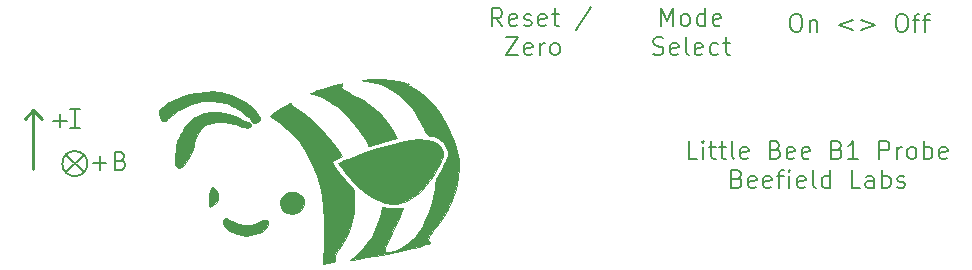
<source format=gbr>
G04 #@! TF.GenerationSoftware,KiCad,Pcbnew,5.1.9-73d0e3b20d~88~ubuntu20.04.1*
G04 #@! TF.CreationDate,2021-03-03T21:58:00-08:00*
G04 #@! TF.ProjectId,casing,63617369-6e67-42e6-9b69-6361645f7063,rev?*
G04 #@! TF.SameCoordinates,Original*
G04 #@! TF.FileFunction,Legend,Top*
G04 #@! TF.FilePolarity,Positive*
%FSLAX46Y46*%
G04 Gerber Fmt 4.6, Leading zero omitted, Abs format (unit mm)*
G04 Created by KiCad (PCBNEW 5.1.9-73d0e3b20d~88~ubuntu20.04.1) date 2021-03-03 21:58:00*
%MOMM*%
%LPD*%
G01*
G04 APERTURE LIST*
%ADD10C,0.200000*%
%ADD11C,0.150000*%
%ADD12C,0.250000*%
%ADD13C,0.010000*%
G04 APERTURE END LIST*
D10*
X126475000Y-101300000D02*
X127290000Y-101300000D01*
X126475000Y-99750000D02*
X127290000Y-99750000D01*
X128378571Y-104307142D02*
X129521428Y-104307142D01*
X128950000Y-104878571D02*
X128950000Y-103735714D01*
X130735714Y-104092857D02*
X130950000Y-104164285D01*
X131021428Y-104235714D01*
X131092857Y-104378571D01*
X131092857Y-104592857D01*
X131021428Y-104735714D01*
X130950000Y-104807142D01*
X130807142Y-104878571D01*
X130235714Y-104878571D01*
X130235714Y-103378571D01*
X130735714Y-103378571D01*
X130878571Y-103450000D01*
X130950000Y-103521428D01*
X131021428Y-103664285D01*
X131021428Y-103807142D01*
X130950000Y-103950000D01*
X130878571Y-104021428D01*
X130735714Y-104092857D01*
X130235714Y-104092857D01*
D11*
X126100000Y-105100000D02*
X127600000Y-103600000D01*
X126100000Y-103600000D02*
X127600000Y-105100000D01*
X127910660Y-104350000D02*
G75*
G03*
X127910660Y-104350000I-1060660J0D01*
G01*
D10*
X125021428Y-100707142D02*
X126164285Y-100707142D01*
X125592857Y-101278571D02*
X125592857Y-100135714D01*
X126878571Y-101278571D02*
X126878571Y-99778571D01*
D12*
X123350000Y-99850000D02*
X124100000Y-100600000D01*
X123350000Y-99850000D02*
X122600000Y-100600000D01*
X123350000Y-104850000D02*
X123350000Y-99850000D01*
D10*
X163035714Y-92703571D02*
X162535714Y-91989285D01*
X162178571Y-92703571D02*
X162178571Y-91203571D01*
X162750000Y-91203571D01*
X162892857Y-91275000D01*
X162964285Y-91346428D01*
X163035714Y-91489285D01*
X163035714Y-91703571D01*
X162964285Y-91846428D01*
X162892857Y-91917857D01*
X162750000Y-91989285D01*
X162178571Y-91989285D01*
X164250000Y-92632142D02*
X164107142Y-92703571D01*
X163821428Y-92703571D01*
X163678571Y-92632142D01*
X163607142Y-92489285D01*
X163607142Y-91917857D01*
X163678571Y-91775000D01*
X163821428Y-91703571D01*
X164107142Y-91703571D01*
X164250000Y-91775000D01*
X164321428Y-91917857D01*
X164321428Y-92060714D01*
X163607142Y-92203571D01*
X164892857Y-92632142D02*
X165035714Y-92703571D01*
X165321428Y-92703571D01*
X165464285Y-92632142D01*
X165535714Y-92489285D01*
X165535714Y-92417857D01*
X165464285Y-92275000D01*
X165321428Y-92203571D01*
X165107142Y-92203571D01*
X164964285Y-92132142D01*
X164892857Y-91989285D01*
X164892857Y-91917857D01*
X164964285Y-91775000D01*
X165107142Y-91703571D01*
X165321428Y-91703571D01*
X165464285Y-91775000D01*
X166750000Y-92632142D02*
X166607142Y-92703571D01*
X166321428Y-92703571D01*
X166178571Y-92632142D01*
X166107142Y-92489285D01*
X166107142Y-91917857D01*
X166178571Y-91775000D01*
X166321428Y-91703571D01*
X166607142Y-91703571D01*
X166750000Y-91775000D01*
X166821428Y-91917857D01*
X166821428Y-92060714D01*
X166107142Y-92203571D01*
X167250000Y-91703571D02*
X167821428Y-91703571D01*
X167464285Y-91203571D02*
X167464285Y-92489285D01*
X167535714Y-92632142D01*
X167678571Y-92703571D01*
X167821428Y-92703571D01*
X170535714Y-91132142D02*
X169250000Y-93060714D01*
X163392857Y-93653571D02*
X164392857Y-93653571D01*
X163392857Y-95153571D01*
X164392857Y-95153571D01*
X165535714Y-95082142D02*
X165392857Y-95153571D01*
X165107142Y-95153571D01*
X164964285Y-95082142D01*
X164892857Y-94939285D01*
X164892857Y-94367857D01*
X164964285Y-94225000D01*
X165107142Y-94153571D01*
X165392857Y-94153571D01*
X165535714Y-94225000D01*
X165607142Y-94367857D01*
X165607142Y-94510714D01*
X164892857Y-94653571D01*
X166250000Y-95153571D02*
X166250000Y-94153571D01*
X166250000Y-94439285D02*
X166321428Y-94296428D01*
X166392857Y-94225000D01*
X166535714Y-94153571D01*
X166678571Y-94153571D01*
X167392857Y-95153571D02*
X167250000Y-95082142D01*
X167178571Y-95010714D01*
X167107142Y-94867857D01*
X167107142Y-94439285D01*
X167178571Y-94296428D01*
X167250000Y-94225000D01*
X167392857Y-94153571D01*
X167607142Y-94153571D01*
X167750000Y-94225000D01*
X167821428Y-94296428D01*
X167892857Y-94439285D01*
X167892857Y-94867857D01*
X167821428Y-95010714D01*
X167750000Y-95082142D01*
X167607142Y-95153571D01*
X167392857Y-95153571D01*
X176500000Y-92703571D02*
X176500000Y-91203571D01*
X177000000Y-92275000D01*
X177500000Y-91203571D01*
X177500000Y-92703571D01*
X178428571Y-92703571D02*
X178285714Y-92632142D01*
X178214285Y-92560714D01*
X178142857Y-92417857D01*
X178142857Y-91989285D01*
X178214285Y-91846428D01*
X178285714Y-91775000D01*
X178428571Y-91703571D01*
X178642857Y-91703571D01*
X178785714Y-91775000D01*
X178857142Y-91846428D01*
X178928571Y-91989285D01*
X178928571Y-92417857D01*
X178857142Y-92560714D01*
X178785714Y-92632142D01*
X178642857Y-92703571D01*
X178428571Y-92703571D01*
X180214285Y-92703571D02*
X180214285Y-91203571D01*
X180214285Y-92632142D02*
X180071428Y-92703571D01*
X179785714Y-92703571D01*
X179642857Y-92632142D01*
X179571428Y-92560714D01*
X179500000Y-92417857D01*
X179500000Y-91989285D01*
X179571428Y-91846428D01*
X179642857Y-91775000D01*
X179785714Y-91703571D01*
X180071428Y-91703571D01*
X180214285Y-91775000D01*
X181500000Y-92632142D02*
X181357142Y-92703571D01*
X181071428Y-92703571D01*
X180928571Y-92632142D01*
X180857142Y-92489285D01*
X180857142Y-91917857D01*
X180928571Y-91775000D01*
X181071428Y-91703571D01*
X181357142Y-91703571D01*
X181500000Y-91775000D01*
X181571428Y-91917857D01*
X181571428Y-92060714D01*
X180857142Y-92203571D01*
X175821428Y-95082142D02*
X176035714Y-95153571D01*
X176392857Y-95153571D01*
X176535714Y-95082142D01*
X176607142Y-95010714D01*
X176678571Y-94867857D01*
X176678571Y-94725000D01*
X176607142Y-94582142D01*
X176535714Y-94510714D01*
X176392857Y-94439285D01*
X176107142Y-94367857D01*
X175964285Y-94296428D01*
X175892857Y-94225000D01*
X175821428Y-94082142D01*
X175821428Y-93939285D01*
X175892857Y-93796428D01*
X175964285Y-93725000D01*
X176107142Y-93653571D01*
X176464285Y-93653571D01*
X176678571Y-93725000D01*
X177892857Y-95082142D02*
X177750000Y-95153571D01*
X177464285Y-95153571D01*
X177321428Y-95082142D01*
X177250000Y-94939285D01*
X177250000Y-94367857D01*
X177321428Y-94225000D01*
X177464285Y-94153571D01*
X177750000Y-94153571D01*
X177892857Y-94225000D01*
X177964285Y-94367857D01*
X177964285Y-94510714D01*
X177250000Y-94653571D01*
X178821428Y-95153571D02*
X178678571Y-95082142D01*
X178607142Y-94939285D01*
X178607142Y-93653571D01*
X179964285Y-95082142D02*
X179821428Y-95153571D01*
X179535714Y-95153571D01*
X179392857Y-95082142D01*
X179321428Y-94939285D01*
X179321428Y-94367857D01*
X179392857Y-94225000D01*
X179535714Y-94153571D01*
X179821428Y-94153571D01*
X179964285Y-94225000D01*
X180035714Y-94367857D01*
X180035714Y-94510714D01*
X179321428Y-94653571D01*
X181321428Y-95082142D02*
X181178571Y-95153571D01*
X180892857Y-95153571D01*
X180750000Y-95082142D01*
X180678571Y-95010714D01*
X180607142Y-94867857D01*
X180607142Y-94439285D01*
X180678571Y-94296428D01*
X180750000Y-94225000D01*
X180892857Y-94153571D01*
X181178571Y-94153571D01*
X181321428Y-94225000D01*
X181750000Y-94153571D02*
X182321428Y-94153571D01*
X181964285Y-93653571D02*
X181964285Y-94939285D01*
X182035714Y-95082142D01*
X182178571Y-95153571D01*
X182321428Y-95153571D01*
X187785714Y-91678571D02*
X188071428Y-91678571D01*
X188214285Y-91750000D01*
X188357142Y-91892857D01*
X188428571Y-92178571D01*
X188428571Y-92678571D01*
X188357142Y-92964285D01*
X188214285Y-93107142D01*
X188071428Y-93178571D01*
X187785714Y-93178571D01*
X187642857Y-93107142D01*
X187500000Y-92964285D01*
X187428571Y-92678571D01*
X187428571Y-92178571D01*
X187500000Y-91892857D01*
X187642857Y-91750000D01*
X187785714Y-91678571D01*
X189071428Y-92178571D02*
X189071428Y-93178571D01*
X189071428Y-92321428D02*
X189142857Y-92250000D01*
X189285714Y-92178571D01*
X189500000Y-92178571D01*
X189642857Y-92250000D01*
X189714285Y-92392857D01*
X189714285Y-93178571D01*
X192714285Y-92178571D02*
X191571428Y-92607142D01*
X192714285Y-93035714D01*
X193428571Y-92178571D02*
X194571428Y-92607142D01*
X193428571Y-93035714D01*
X196714285Y-91678571D02*
X197000000Y-91678571D01*
X197142857Y-91750000D01*
X197285714Y-91892857D01*
X197357142Y-92178571D01*
X197357142Y-92678571D01*
X197285714Y-92964285D01*
X197142857Y-93107142D01*
X197000000Y-93178571D01*
X196714285Y-93178571D01*
X196571428Y-93107142D01*
X196428571Y-92964285D01*
X196357142Y-92678571D01*
X196357142Y-92178571D01*
X196428571Y-91892857D01*
X196571428Y-91750000D01*
X196714285Y-91678571D01*
X197785714Y-92178571D02*
X198357142Y-92178571D01*
X198000000Y-93178571D02*
X198000000Y-91892857D01*
X198071428Y-91750000D01*
X198214285Y-91678571D01*
X198357142Y-91678571D01*
X198642857Y-92178571D02*
X199214285Y-92178571D01*
X198857142Y-93178571D02*
X198857142Y-91892857D01*
X198928571Y-91750000D01*
X199071428Y-91678571D01*
X199214285Y-91678571D01*
X179535714Y-103953571D02*
X178821428Y-103953571D01*
X178821428Y-102453571D01*
X180035714Y-103953571D02*
X180035714Y-102953571D01*
X180035714Y-102453571D02*
X179964285Y-102525000D01*
X180035714Y-102596428D01*
X180107142Y-102525000D01*
X180035714Y-102453571D01*
X180035714Y-102596428D01*
X180535714Y-102953571D02*
X181107142Y-102953571D01*
X180750000Y-102453571D02*
X180750000Y-103739285D01*
X180821428Y-103882142D01*
X180964285Y-103953571D01*
X181107142Y-103953571D01*
X181392857Y-102953571D02*
X181964285Y-102953571D01*
X181607142Y-102453571D02*
X181607142Y-103739285D01*
X181678571Y-103882142D01*
X181821428Y-103953571D01*
X181964285Y-103953571D01*
X182678571Y-103953571D02*
X182535714Y-103882142D01*
X182464285Y-103739285D01*
X182464285Y-102453571D01*
X183821428Y-103882142D02*
X183678571Y-103953571D01*
X183392857Y-103953571D01*
X183250000Y-103882142D01*
X183178571Y-103739285D01*
X183178571Y-103167857D01*
X183250000Y-103025000D01*
X183392857Y-102953571D01*
X183678571Y-102953571D01*
X183821428Y-103025000D01*
X183892857Y-103167857D01*
X183892857Y-103310714D01*
X183178571Y-103453571D01*
X186178571Y-103167857D02*
X186392857Y-103239285D01*
X186464285Y-103310714D01*
X186535714Y-103453571D01*
X186535714Y-103667857D01*
X186464285Y-103810714D01*
X186392857Y-103882142D01*
X186250000Y-103953571D01*
X185678571Y-103953571D01*
X185678571Y-102453571D01*
X186178571Y-102453571D01*
X186321428Y-102525000D01*
X186392857Y-102596428D01*
X186464285Y-102739285D01*
X186464285Y-102882142D01*
X186392857Y-103025000D01*
X186321428Y-103096428D01*
X186178571Y-103167857D01*
X185678571Y-103167857D01*
X187750000Y-103882142D02*
X187607142Y-103953571D01*
X187321428Y-103953571D01*
X187178571Y-103882142D01*
X187107142Y-103739285D01*
X187107142Y-103167857D01*
X187178571Y-103025000D01*
X187321428Y-102953571D01*
X187607142Y-102953571D01*
X187750000Y-103025000D01*
X187821428Y-103167857D01*
X187821428Y-103310714D01*
X187107142Y-103453571D01*
X189035714Y-103882142D02*
X188892857Y-103953571D01*
X188607142Y-103953571D01*
X188464285Y-103882142D01*
X188392857Y-103739285D01*
X188392857Y-103167857D01*
X188464285Y-103025000D01*
X188607142Y-102953571D01*
X188892857Y-102953571D01*
X189035714Y-103025000D01*
X189107142Y-103167857D01*
X189107142Y-103310714D01*
X188392857Y-103453571D01*
X191392857Y-103167857D02*
X191607142Y-103239285D01*
X191678571Y-103310714D01*
X191750000Y-103453571D01*
X191750000Y-103667857D01*
X191678571Y-103810714D01*
X191607142Y-103882142D01*
X191464285Y-103953571D01*
X190892857Y-103953571D01*
X190892857Y-102453571D01*
X191392857Y-102453571D01*
X191535714Y-102525000D01*
X191607142Y-102596428D01*
X191678571Y-102739285D01*
X191678571Y-102882142D01*
X191607142Y-103025000D01*
X191535714Y-103096428D01*
X191392857Y-103167857D01*
X190892857Y-103167857D01*
X193178571Y-103953571D02*
X192321428Y-103953571D01*
X192750000Y-103953571D02*
X192750000Y-102453571D01*
X192607142Y-102667857D01*
X192464285Y-102810714D01*
X192321428Y-102882142D01*
X194964285Y-103953571D02*
X194964285Y-102453571D01*
X195535714Y-102453571D01*
X195678571Y-102525000D01*
X195750000Y-102596428D01*
X195821428Y-102739285D01*
X195821428Y-102953571D01*
X195750000Y-103096428D01*
X195678571Y-103167857D01*
X195535714Y-103239285D01*
X194964285Y-103239285D01*
X196464285Y-103953571D02*
X196464285Y-102953571D01*
X196464285Y-103239285D02*
X196535714Y-103096428D01*
X196607142Y-103025000D01*
X196750000Y-102953571D01*
X196892857Y-102953571D01*
X197607142Y-103953571D02*
X197464285Y-103882142D01*
X197392857Y-103810714D01*
X197321428Y-103667857D01*
X197321428Y-103239285D01*
X197392857Y-103096428D01*
X197464285Y-103025000D01*
X197607142Y-102953571D01*
X197821428Y-102953571D01*
X197964285Y-103025000D01*
X198035714Y-103096428D01*
X198107142Y-103239285D01*
X198107142Y-103667857D01*
X198035714Y-103810714D01*
X197964285Y-103882142D01*
X197821428Y-103953571D01*
X197607142Y-103953571D01*
X198750000Y-103953571D02*
X198750000Y-102453571D01*
X198750000Y-103025000D02*
X198892857Y-102953571D01*
X199178571Y-102953571D01*
X199321428Y-103025000D01*
X199392857Y-103096428D01*
X199464285Y-103239285D01*
X199464285Y-103667857D01*
X199392857Y-103810714D01*
X199321428Y-103882142D01*
X199178571Y-103953571D01*
X198892857Y-103953571D01*
X198750000Y-103882142D01*
X200678571Y-103882142D02*
X200535714Y-103953571D01*
X200250000Y-103953571D01*
X200107142Y-103882142D01*
X200035714Y-103739285D01*
X200035714Y-103167857D01*
X200107142Y-103025000D01*
X200250000Y-102953571D01*
X200535714Y-102953571D01*
X200678571Y-103025000D01*
X200750000Y-103167857D01*
X200750000Y-103310714D01*
X200035714Y-103453571D01*
X182928571Y-105617857D02*
X183142857Y-105689285D01*
X183214285Y-105760714D01*
X183285714Y-105903571D01*
X183285714Y-106117857D01*
X183214285Y-106260714D01*
X183142857Y-106332142D01*
X183000000Y-106403571D01*
X182428571Y-106403571D01*
X182428571Y-104903571D01*
X182928571Y-104903571D01*
X183071428Y-104975000D01*
X183142857Y-105046428D01*
X183214285Y-105189285D01*
X183214285Y-105332142D01*
X183142857Y-105475000D01*
X183071428Y-105546428D01*
X182928571Y-105617857D01*
X182428571Y-105617857D01*
X184500000Y-106332142D02*
X184357142Y-106403571D01*
X184071428Y-106403571D01*
X183928571Y-106332142D01*
X183857142Y-106189285D01*
X183857142Y-105617857D01*
X183928571Y-105475000D01*
X184071428Y-105403571D01*
X184357142Y-105403571D01*
X184500000Y-105475000D01*
X184571428Y-105617857D01*
X184571428Y-105760714D01*
X183857142Y-105903571D01*
X185785714Y-106332142D02*
X185642857Y-106403571D01*
X185357142Y-106403571D01*
X185214285Y-106332142D01*
X185142857Y-106189285D01*
X185142857Y-105617857D01*
X185214285Y-105475000D01*
X185357142Y-105403571D01*
X185642857Y-105403571D01*
X185785714Y-105475000D01*
X185857142Y-105617857D01*
X185857142Y-105760714D01*
X185142857Y-105903571D01*
X186285714Y-105403571D02*
X186857142Y-105403571D01*
X186500000Y-106403571D02*
X186500000Y-105117857D01*
X186571428Y-104975000D01*
X186714285Y-104903571D01*
X186857142Y-104903571D01*
X187357142Y-106403571D02*
X187357142Y-105403571D01*
X187357142Y-104903571D02*
X187285714Y-104975000D01*
X187357142Y-105046428D01*
X187428571Y-104975000D01*
X187357142Y-104903571D01*
X187357142Y-105046428D01*
X188642857Y-106332142D02*
X188500000Y-106403571D01*
X188214285Y-106403571D01*
X188071428Y-106332142D01*
X188000000Y-106189285D01*
X188000000Y-105617857D01*
X188071428Y-105475000D01*
X188214285Y-105403571D01*
X188500000Y-105403571D01*
X188642857Y-105475000D01*
X188714285Y-105617857D01*
X188714285Y-105760714D01*
X188000000Y-105903571D01*
X189571428Y-106403571D02*
X189428571Y-106332142D01*
X189357142Y-106189285D01*
X189357142Y-104903571D01*
X190785714Y-106403571D02*
X190785714Y-104903571D01*
X190785714Y-106332142D02*
X190642857Y-106403571D01*
X190357142Y-106403571D01*
X190214285Y-106332142D01*
X190142857Y-106260714D01*
X190071428Y-106117857D01*
X190071428Y-105689285D01*
X190142857Y-105546428D01*
X190214285Y-105475000D01*
X190357142Y-105403571D01*
X190642857Y-105403571D01*
X190785714Y-105475000D01*
X193357142Y-106403571D02*
X192642857Y-106403571D01*
X192642857Y-104903571D01*
X194500000Y-106403571D02*
X194500000Y-105617857D01*
X194428571Y-105475000D01*
X194285714Y-105403571D01*
X194000000Y-105403571D01*
X193857142Y-105475000D01*
X194500000Y-106332142D02*
X194357142Y-106403571D01*
X194000000Y-106403571D01*
X193857142Y-106332142D01*
X193785714Y-106189285D01*
X193785714Y-106046428D01*
X193857142Y-105903571D01*
X194000000Y-105832142D01*
X194357142Y-105832142D01*
X194500000Y-105760714D01*
X195214285Y-106403571D02*
X195214285Y-104903571D01*
X195214285Y-105475000D02*
X195357142Y-105403571D01*
X195642857Y-105403571D01*
X195785714Y-105475000D01*
X195857142Y-105546428D01*
X195928571Y-105689285D01*
X195928571Y-106117857D01*
X195857142Y-106260714D01*
X195785714Y-106332142D01*
X195642857Y-106403571D01*
X195357142Y-106403571D01*
X195214285Y-106332142D01*
X196500000Y-106332142D02*
X196642857Y-106403571D01*
X196928571Y-106403571D01*
X197071428Y-106332142D01*
X197142857Y-106189285D01*
X197142857Y-106117857D01*
X197071428Y-105975000D01*
X196928571Y-105903571D01*
X196714285Y-105903571D01*
X196571428Y-105832142D01*
X196500000Y-105689285D01*
X196500000Y-105617857D01*
X196571428Y-105475000D01*
X196714285Y-105403571D01*
X196928571Y-105403571D01*
X197071428Y-105475000D01*
D13*
G36*
X145151052Y-99228695D02*
G01*
X145185698Y-99282904D01*
X145191248Y-99297336D01*
X145279095Y-99419069D01*
X145447073Y-99575603D01*
X145584242Y-99679936D01*
X146396641Y-100271014D01*
X147094808Y-100837172D01*
X147701553Y-101401307D01*
X148239685Y-101986313D01*
X148732012Y-102615086D01*
X149201345Y-103310522D01*
X149201666Y-103311030D01*
X149466851Y-103730632D01*
X149045854Y-103920515D01*
X148824419Y-104021668D01*
X148662965Y-104097827D01*
X148600212Y-104130320D01*
X148618711Y-104203166D01*
X148715573Y-104366297D01*
X148875272Y-104599311D01*
X149082283Y-104881807D01*
X149321081Y-105193383D01*
X149576141Y-105513638D01*
X149831938Y-105822169D01*
X150072946Y-106098576D01*
X150214063Y-106251083D01*
X150511714Y-106562737D01*
X150506223Y-107593654D01*
X150468312Y-108426358D01*
X150356626Y-109164695D01*
X150159975Y-109845255D01*
X149867168Y-110504625D01*
X149467018Y-111179395D01*
X149361741Y-111336067D01*
X149131718Y-111685288D01*
X148982667Y-111950389D01*
X148903160Y-112159180D01*
X148881766Y-112339473D01*
X148896223Y-112468786D01*
X148907174Y-112557801D01*
X148883004Y-112619256D01*
X148799108Y-112663486D01*
X148630880Y-112700826D01*
X148353713Y-112741612D01*
X148196931Y-112762517D01*
X147841575Y-112809514D01*
X147886340Y-112349900D01*
X147904159Y-112120676D01*
X147924664Y-111782224D01*
X147945955Y-111370387D01*
X147966135Y-110921009D01*
X147977959Y-110620286D01*
X147982940Y-109175363D01*
X147886297Y-107831484D01*
X147686326Y-106584419D01*
X147381321Y-105429937D01*
X146969577Y-104363807D01*
X146449388Y-103381797D01*
X145819050Y-102479678D01*
X145076855Y-101653218D01*
X144221099Y-100898186D01*
X143986441Y-100718019D01*
X143412026Y-100288957D01*
X143642063Y-100096913D01*
X143805583Y-99975538D01*
X144053815Y-99808922D01*
X144345656Y-99624185D01*
X144504571Y-99527834D01*
X144790933Y-99359353D01*
X144977948Y-99258770D01*
X145089895Y-99217933D01*
X145151052Y-99228695D01*
G37*
X145151052Y-99228695D02*
X145185698Y-99282904D01*
X145191248Y-99297336D01*
X145279095Y-99419069D01*
X145447073Y-99575603D01*
X145584242Y-99679936D01*
X146396641Y-100271014D01*
X147094808Y-100837172D01*
X147701553Y-101401307D01*
X148239685Y-101986313D01*
X148732012Y-102615086D01*
X149201345Y-103310522D01*
X149201666Y-103311030D01*
X149466851Y-103730632D01*
X149045854Y-103920515D01*
X148824419Y-104021668D01*
X148662965Y-104097827D01*
X148600212Y-104130320D01*
X148618711Y-104203166D01*
X148715573Y-104366297D01*
X148875272Y-104599311D01*
X149082283Y-104881807D01*
X149321081Y-105193383D01*
X149576141Y-105513638D01*
X149831938Y-105822169D01*
X150072946Y-106098576D01*
X150214063Y-106251083D01*
X150511714Y-106562737D01*
X150506223Y-107593654D01*
X150468312Y-108426358D01*
X150356626Y-109164695D01*
X150159975Y-109845255D01*
X149867168Y-110504625D01*
X149467018Y-111179395D01*
X149361741Y-111336067D01*
X149131718Y-111685288D01*
X148982667Y-111950389D01*
X148903160Y-112159180D01*
X148881766Y-112339473D01*
X148896223Y-112468786D01*
X148907174Y-112557801D01*
X148883004Y-112619256D01*
X148799108Y-112663486D01*
X148630880Y-112700826D01*
X148353713Y-112741612D01*
X148196931Y-112762517D01*
X147841575Y-112809514D01*
X147886340Y-112349900D01*
X147904159Y-112120676D01*
X147924664Y-111782224D01*
X147945955Y-111370387D01*
X147966135Y-110921009D01*
X147977959Y-110620286D01*
X147982940Y-109175363D01*
X147886297Y-107831484D01*
X147686326Y-106584419D01*
X147381321Y-105429937D01*
X146969577Y-104363807D01*
X146449388Y-103381797D01*
X145819050Y-102479678D01*
X145076855Y-101653218D01*
X144221099Y-100898186D01*
X143986441Y-100718019D01*
X143412026Y-100288957D01*
X143642063Y-100096913D01*
X143805583Y-99975538D01*
X144053815Y-99808922D01*
X144345656Y-99624185D01*
X144504571Y-99527834D01*
X144790933Y-99359353D01*
X144977948Y-99258770D01*
X145089895Y-99217933D01*
X145151052Y-99228695D01*
G36*
X152845254Y-97216059D02*
G01*
X152942857Y-97218956D01*
X153625296Y-97258825D01*
X154181027Y-97328415D01*
X154605518Y-97426816D01*
X154894237Y-97553114D01*
X154990545Y-97630930D01*
X155158758Y-97759300D01*
X155280831Y-97815850D01*
X155517920Y-97923536D01*
X155822124Y-98109844D01*
X156158330Y-98350360D01*
X156491425Y-98620671D01*
X156668560Y-98780727D01*
X157230321Y-99382544D01*
X157752966Y-100078710D01*
X158224573Y-100843519D01*
X158633220Y-101651265D01*
X158966987Y-102476242D01*
X159213950Y-103292745D01*
X159362189Y-104075068D01*
X159401714Y-104673990D01*
X159331550Y-105596449D01*
X159124832Y-106532409D01*
X158787224Y-107466372D01*
X158324389Y-108382839D01*
X157741989Y-109266312D01*
X157706327Y-109314000D01*
X157473071Y-109627178D01*
X157256040Y-109924430D01*
X157078757Y-110173165D01*
X156964748Y-110340790D01*
X156960976Y-110346701D01*
X156840880Y-110588504D01*
X156792992Y-110803039D01*
X156821619Y-110955421D01*
X156879857Y-111003446D01*
X156934917Y-111034910D01*
X156920088Y-111072525D01*
X156820651Y-111122301D01*
X156621886Y-111190248D01*
X156309076Y-111282376D01*
X155957299Y-111380138D01*
X155043951Y-111611907D01*
X154005078Y-111841984D01*
X152860284Y-112066514D01*
X151629171Y-112281638D01*
X150402857Y-112472995D01*
X150148857Y-112510433D01*
X150366571Y-112352453D01*
X150642657Y-112123200D01*
X150965456Y-111810689D01*
X151300967Y-111452291D01*
X151615193Y-111085381D01*
X151874135Y-110747332D01*
X151997127Y-110560055D01*
X152391958Y-109757226D01*
X152660581Y-108899907D01*
X152731727Y-108537544D01*
X152816438Y-108015088D01*
X153042933Y-108065830D01*
X153217438Y-108088692D01*
X153489053Y-108106205D01*
X153809768Y-108115656D01*
X153940746Y-108116572D01*
X154232736Y-108118223D01*
X154460522Y-108122654D01*
X154592165Y-108129081D01*
X154612032Y-108133058D01*
X154581260Y-108247451D01*
X154495654Y-108469775D01*
X154364965Y-108777982D01*
X154198948Y-109150023D01*
X154007354Y-109563850D01*
X153799938Y-109997414D01*
X153673968Y-110253789D01*
X153437656Y-110743025D01*
X153261074Y-111137644D01*
X153148149Y-111428164D01*
X153102811Y-111605100D01*
X153102722Y-111632646D01*
X153128183Y-111742678D01*
X153197314Y-111797072D01*
X153349612Y-111814591D01*
X153487143Y-111815282D01*
X153966973Y-111740579D01*
X154467138Y-111523419D01*
X154985831Y-111164791D01*
X155444827Y-110744506D01*
X155721993Y-110452286D01*
X155936403Y-110193392D01*
X156120006Y-109922213D01*
X156304748Y-109593140D01*
X156446843Y-109314000D01*
X156814292Y-108489071D01*
X157077638Y-107686231D01*
X157254244Y-106848117D01*
X157306511Y-106473589D01*
X157367760Y-106053629D01*
X157438830Y-105746090D01*
X157528126Y-105518258D01*
X157571999Y-105440223D01*
X157676968Y-105256623D01*
X157822617Y-104983530D01*
X157987146Y-104662460D01*
X158104300Y-104426446D01*
X158262400Y-104095863D01*
X158362737Y-103859729D01*
X158415236Y-103684100D01*
X158429820Y-103535031D01*
X158416414Y-103378577D01*
X158414523Y-103365366D01*
X158282347Y-102904827D01*
X158040215Y-102520660D01*
X157704383Y-102230354D01*
X157291108Y-102051399D01*
X157168051Y-102024387D01*
X156928998Y-101976140D01*
X156762347Y-101913850D01*
X156637318Y-101809457D01*
X156523130Y-101634898D01*
X156389005Y-101362114D01*
X156350493Y-101279052D01*
X155934896Y-100497103D01*
X155440043Y-99765887D01*
X154884711Y-99106645D01*
X154287677Y-98540620D01*
X153667717Y-98089055D01*
X153391456Y-97931551D01*
X152930330Y-97720892D01*
X152432126Y-97542463D01*
X151944247Y-97410478D01*
X151514098Y-97339149D01*
X151389106Y-97331231D01*
X151229543Y-97325078D01*
X151187061Y-97314538D01*
X151270300Y-97293037D01*
X151487904Y-97254000D01*
X151491429Y-97253388D01*
X151712670Y-97230320D01*
X152038775Y-97215776D01*
X152429663Y-97210705D01*
X152845254Y-97216059D01*
G37*
X152845254Y-97216059D02*
X152942857Y-97218956D01*
X153625296Y-97258825D01*
X154181027Y-97328415D01*
X154605518Y-97426816D01*
X154894237Y-97553114D01*
X154990545Y-97630930D01*
X155158758Y-97759300D01*
X155280831Y-97815850D01*
X155517920Y-97923536D01*
X155822124Y-98109844D01*
X156158330Y-98350360D01*
X156491425Y-98620671D01*
X156668560Y-98780727D01*
X157230321Y-99382544D01*
X157752966Y-100078710D01*
X158224573Y-100843519D01*
X158633220Y-101651265D01*
X158966987Y-102476242D01*
X159213950Y-103292745D01*
X159362189Y-104075068D01*
X159401714Y-104673990D01*
X159331550Y-105596449D01*
X159124832Y-106532409D01*
X158787224Y-107466372D01*
X158324389Y-108382839D01*
X157741989Y-109266312D01*
X157706327Y-109314000D01*
X157473071Y-109627178D01*
X157256040Y-109924430D01*
X157078757Y-110173165D01*
X156964748Y-110340790D01*
X156960976Y-110346701D01*
X156840880Y-110588504D01*
X156792992Y-110803039D01*
X156821619Y-110955421D01*
X156879857Y-111003446D01*
X156934917Y-111034910D01*
X156920088Y-111072525D01*
X156820651Y-111122301D01*
X156621886Y-111190248D01*
X156309076Y-111282376D01*
X155957299Y-111380138D01*
X155043951Y-111611907D01*
X154005078Y-111841984D01*
X152860284Y-112066514D01*
X151629171Y-112281638D01*
X150402857Y-112472995D01*
X150148857Y-112510433D01*
X150366571Y-112352453D01*
X150642657Y-112123200D01*
X150965456Y-111810689D01*
X151300967Y-111452291D01*
X151615193Y-111085381D01*
X151874135Y-110747332D01*
X151997127Y-110560055D01*
X152391958Y-109757226D01*
X152660581Y-108899907D01*
X152731727Y-108537544D01*
X152816438Y-108015088D01*
X153042933Y-108065830D01*
X153217438Y-108088692D01*
X153489053Y-108106205D01*
X153809768Y-108115656D01*
X153940746Y-108116572D01*
X154232736Y-108118223D01*
X154460522Y-108122654D01*
X154592165Y-108129081D01*
X154612032Y-108133058D01*
X154581260Y-108247451D01*
X154495654Y-108469775D01*
X154364965Y-108777982D01*
X154198948Y-109150023D01*
X154007354Y-109563850D01*
X153799938Y-109997414D01*
X153673968Y-110253789D01*
X153437656Y-110743025D01*
X153261074Y-111137644D01*
X153148149Y-111428164D01*
X153102811Y-111605100D01*
X153102722Y-111632646D01*
X153128183Y-111742678D01*
X153197314Y-111797072D01*
X153349612Y-111814591D01*
X153487143Y-111815282D01*
X153966973Y-111740579D01*
X154467138Y-111523419D01*
X154985831Y-111164791D01*
X155444827Y-110744506D01*
X155721993Y-110452286D01*
X155936403Y-110193392D01*
X156120006Y-109922213D01*
X156304748Y-109593140D01*
X156446843Y-109314000D01*
X156814292Y-108489071D01*
X157077638Y-107686231D01*
X157254244Y-106848117D01*
X157306511Y-106473589D01*
X157367760Y-106053629D01*
X157438830Y-105746090D01*
X157528126Y-105518258D01*
X157571999Y-105440223D01*
X157676968Y-105256623D01*
X157822617Y-104983530D01*
X157987146Y-104662460D01*
X158104300Y-104426446D01*
X158262400Y-104095863D01*
X158362737Y-103859729D01*
X158415236Y-103684100D01*
X158429820Y-103535031D01*
X158416414Y-103378577D01*
X158414523Y-103365366D01*
X158282347Y-102904827D01*
X158040215Y-102520660D01*
X157704383Y-102230354D01*
X157291108Y-102051399D01*
X157168051Y-102024387D01*
X156928998Y-101976140D01*
X156762347Y-101913850D01*
X156637318Y-101809457D01*
X156523130Y-101634898D01*
X156389005Y-101362114D01*
X156350493Y-101279052D01*
X155934896Y-100497103D01*
X155440043Y-99765887D01*
X154884711Y-99106645D01*
X154287677Y-98540620D01*
X153667717Y-98089055D01*
X153391456Y-97931551D01*
X152930330Y-97720892D01*
X152432126Y-97542463D01*
X151944247Y-97410478D01*
X151514098Y-97339149D01*
X151389106Y-97331231D01*
X151229543Y-97325078D01*
X151187061Y-97314538D01*
X151270300Y-97293037D01*
X151487904Y-97254000D01*
X151491429Y-97253388D01*
X151712670Y-97230320D01*
X152038775Y-97215776D01*
X152429663Y-97210705D01*
X152845254Y-97216059D01*
G36*
X139749152Y-108988944D02*
G01*
X139932655Y-109087232D01*
X140116974Y-109201867D01*
X140627133Y-109455543D01*
X141171080Y-109572751D01*
X141731038Y-109552699D01*
X142289234Y-109394593D01*
X142479494Y-109307206D01*
X142781162Y-109167087D01*
X142984458Y-109107645D01*
X143109732Y-109126066D01*
X143174236Y-109211079D01*
X143206815Y-109480957D01*
X143105073Y-109742767D01*
X142879706Y-109982394D01*
X142541411Y-110185724D01*
X142386903Y-110250003D01*
X142050504Y-110348118D01*
X141673462Y-110415473D01*
X141314879Y-110444251D01*
X141041143Y-110428014D01*
X140562049Y-110308376D01*
X140138032Y-110141513D01*
X139788797Y-109940077D01*
X139534048Y-109716719D01*
X139393492Y-109484091D01*
X139372000Y-109356356D01*
X139414985Y-109121252D01*
X139532134Y-108980013D01*
X139641631Y-108951143D01*
X139749152Y-108988944D01*
G37*
X139749152Y-108988944D02*
X139932655Y-109087232D01*
X140116974Y-109201867D01*
X140627133Y-109455543D01*
X141171080Y-109572751D01*
X141731038Y-109552699D01*
X142289234Y-109394593D01*
X142479494Y-109307206D01*
X142781162Y-109167087D01*
X142984458Y-109107645D01*
X143109732Y-109126066D01*
X143174236Y-109211079D01*
X143206815Y-109480957D01*
X143105073Y-109742767D01*
X142879706Y-109982394D01*
X142541411Y-110185724D01*
X142386903Y-110250003D01*
X142050504Y-110348118D01*
X141673462Y-110415473D01*
X141314879Y-110444251D01*
X141041143Y-110428014D01*
X140562049Y-110308376D01*
X140138032Y-110141513D01*
X139788797Y-109940077D01*
X139534048Y-109716719D01*
X139393492Y-109484091D01*
X139372000Y-109356356D01*
X139414985Y-109121252D01*
X139532134Y-108980013D01*
X139641631Y-108951143D01*
X139749152Y-108988944D01*
G36*
X145504286Y-106772975D02*
G01*
X145797125Y-106902717D01*
X146050002Y-107127316D01*
X146216413Y-107402293D01*
X146239732Y-107476367D01*
X146244061Y-107756381D01*
X146145364Y-108053374D01*
X145966839Y-108312671D01*
X145838268Y-108422635D01*
X145559533Y-108540588D01*
X145221266Y-108587147D01*
X144893704Y-108555920D01*
X144778571Y-108519051D01*
X144512401Y-108334057D01*
X144329340Y-108047564D01*
X144252042Y-107731552D01*
X144242069Y-107500104D01*
X144283630Y-107337881D01*
X144400224Y-107171697D01*
X144450525Y-107113339D01*
X144756233Y-106862964D01*
X145110575Y-106748888D01*
X145504286Y-106772975D01*
G37*
X145504286Y-106772975D02*
X145797125Y-106902717D01*
X146050002Y-107127316D01*
X146216413Y-107402293D01*
X146239732Y-107476367D01*
X146244061Y-107756381D01*
X146145364Y-108053374D01*
X145966839Y-108312671D01*
X145838268Y-108422635D01*
X145559533Y-108540588D01*
X145221266Y-108587147D01*
X144893704Y-108555920D01*
X144778571Y-108519051D01*
X144512401Y-108334057D01*
X144329340Y-108047564D01*
X144252042Y-107731552D01*
X144242069Y-107500104D01*
X144283630Y-107337881D01*
X144400224Y-107171697D01*
X144450525Y-107113339D01*
X144756233Y-106862964D01*
X145110575Y-106748888D01*
X145504286Y-106772975D01*
G36*
X138644196Y-106399941D02*
G01*
X138802767Y-106545316D01*
X138962656Y-106821404D01*
X139010910Y-107135472D01*
X138954170Y-107447902D01*
X138799078Y-107719078D01*
X138576090Y-107897629D01*
X138404533Y-107981283D01*
X138314922Y-107999769D01*
X138261858Y-107957560D01*
X138244169Y-107930331D01*
X138208905Y-107789910D01*
X138196807Y-107553411D01*
X138206117Y-107267742D01*
X138235079Y-106979810D01*
X138281936Y-106736526D01*
X138289922Y-106708374D01*
X138388356Y-106465362D01*
X138502611Y-106363771D01*
X138644196Y-106399941D01*
G37*
X138644196Y-106399941D02*
X138802767Y-106545316D01*
X138962656Y-106821404D01*
X139010910Y-107135472D01*
X138954170Y-107447902D01*
X138799078Y-107719078D01*
X138576090Y-107897629D01*
X138404533Y-107981283D01*
X138314922Y-107999769D01*
X138261858Y-107957560D01*
X138244169Y-107930331D01*
X138208905Y-107789910D01*
X138196807Y-107553411D01*
X138206117Y-107267742D01*
X138235079Y-106979810D01*
X138281936Y-106736526D01*
X138289922Y-106708374D01*
X138388356Y-106465362D01*
X138502611Y-106363771D01*
X138644196Y-106399941D01*
G36*
X156606420Y-102317482D02*
G01*
X157114620Y-102406761D01*
X157511921Y-102573878D01*
X157795233Y-102819023D01*
X157961468Y-103142381D01*
X158004266Y-103380728D01*
X158011423Y-103562556D01*
X157993672Y-103724251D01*
X157939834Y-103901796D01*
X157838732Y-104131175D01*
X157679188Y-104448371D01*
X157662704Y-104480284D01*
X157152317Y-105378628D01*
X156624335Y-106133873D01*
X156078985Y-106745816D01*
X155516491Y-107214255D01*
X154937080Y-107538985D01*
X154340975Y-107719804D01*
X154026281Y-107756789D01*
X153651006Y-107758223D01*
X153297950Y-107725739D01*
X153124286Y-107691285D01*
X152488100Y-107467437D01*
X151863500Y-107130559D01*
X151235042Y-106670960D01*
X150645175Y-106136341D01*
X150409167Y-105892897D01*
X150151408Y-105608616D01*
X149890342Y-105306126D01*
X149644414Y-105008056D01*
X149432067Y-104737036D01*
X149271746Y-104515694D01*
X149181894Y-104366660D01*
X149169143Y-104325390D01*
X149233103Y-104278699D01*
X149409477Y-104190998D01*
X149675003Y-104072841D01*
X150006420Y-103934781D01*
X150203286Y-103856184D01*
X151401296Y-103405867D01*
X152510029Y-103032070D01*
X153526396Y-102734982D01*
X154447307Y-102514791D01*
X155269674Y-102371685D01*
X155990408Y-102305852D01*
X156606420Y-102317482D01*
G37*
X156606420Y-102317482D02*
X157114620Y-102406761D01*
X157511921Y-102573878D01*
X157795233Y-102819023D01*
X157961468Y-103142381D01*
X158004266Y-103380728D01*
X158011423Y-103562556D01*
X157993672Y-103724251D01*
X157939834Y-103901796D01*
X157838732Y-104131175D01*
X157679188Y-104448371D01*
X157662704Y-104480284D01*
X157152317Y-105378628D01*
X156624335Y-106133873D01*
X156078985Y-106745816D01*
X155516491Y-107214255D01*
X154937080Y-107538985D01*
X154340975Y-107719804D01*
X154026281Y-107756789D01*
X153651006Y-107758223D01*
X153297950Y-107725739D01*
X153124286Y-107691285D01*
X152488100Y-107467437D01*
X151863500Y-107130559D01*
X151235042Y-106670960D01*
X150645175Y-106136341D01*
X150409167Y-105892897D01*
X150151408Y-105608616D01*
X149890342Y-105306126D01*
X149644414Y-105008056D01*
X149432067Y-104737036D01*
X149271746Y-104515694D01*
X149181894Y-104366660D01*
X149169143Y-104325390D01*
X149233103Y-104278699D01*
X149409477Y-104190998D01*
X149675003Y-104072841D01*
X150006420Y-103934781D01*
X150203286Y-103856184D01*
X151401296Y-103405867D01*
X152510029Y-103032070D01*
X153526396Y-102734982D01*
X154447307Y-102514791D01*
X155269674Y-102371685D01*
X155990408Y-102305852D01*
X156606420Y-102317482D01*
G36*
X139515838Y-100078759D02*
G01*
X140121185Y-100255243D01*
X140794593Y-100530605D01*
X140859714Y-100560458D01*
X141228685Y-100732275D01*
X141484190Y-100856781D01*
X141645091Y-100946292D01*
X141730248Y-101013127D01*
X141758525Y-101069605D01*
X141748782Y-101128045D01*
X141744891Y-101138568D01*
X141625306Y-101263425D01*
X141411854Y-101310172D01*
X141135081Y-101275453D01*
X140974188Y-101223275D01*
X140419588Y-101027532D01*
X139931354Y-100907389D01*
X139457934Y-100853818D01*
X138947775Y-100857795D01*
X138901844Y-100860449D01*
X138445110Y-100902003D01*
X138104887Y-100969245D01*
X137853412Y-101072027D01*
X137662918Y-101220202D01*
X137566971Y-101334143D01*
X137326811Y-101669956D01*
X137169252Y-101920108D01*
X137081381Y-102108222D01*
X137050284Y-102257923D01*
X137049714Y-102280416D01*
X137026273Y-102444203D01*
X136977143Y-102528572D01*
X136929377Y-102624377D01*
X136905004Y-102802733D01*
X136904217Y-102841283D01*
X136868269Y-103054260D01*
X136772111Y-103328034D01*
X136632587Y-103632960D01*
X136466544Y-103939392D01*
X136290824Y-104217682D01*
X136122273Y-104438186D01*
X135977736Y-104571257D01*
X135906714Y-104596855D01*
X135822412Y-104642699D01*
X135816000Y-104669429D01*
X135773236Y-104742323D01*
X135667921Y-104721292D01*
X135534520Y-104620364D01*
X135450565Y-104520665D01*
X135370008Y-104389290D01*
X135327611Y-104251711D01*
X135316736Y-104063654D01*
X135330749Y-103780844D01*
X135333636Y-103740523D01*
X135377380Y-103239445D01*
X135428190Y-102827886D01*
X135483501Y-102521274D01*
X135540747Y-102335037D01*
X135575198Y-102287338D01*
X135643849Y-102201780D01*
X135752400Y-102022559D01*
X135878350Y-101787057D01*
X135888671Y-101766572D01*
X136217743Y-101206326D01*
X136598303Y-100728842D01*
X136759762Y-100596993D01*
X137010252Y-100442351D01*
X137301820Y-100290095D01*
X137586512Y-100165405D01*
X137803107Y-100096243D01*
X138387305Y-100003892D01*
X138948047Y-99996520D01*
X139515838Y-100078759D01*
G37*
X139515838Y-100078759D02*
X140121185Y-100255243D01*
X140794593Y-100530605D01*
X140859714Y-100560458D01*
X141228685Y-100732275D01*
X141484190Y-100856781D01*
X141645091Y-100946292D01*
X141730248Y-101013127D01*
X141758525Y-101069605D01*
X141748782Y-101128045D01*
X141744891Y-101138568D01*
X141625306Y-101263425D01*
X141411854Y-101310172D01*
X141135081Y-101275453D01*
X140974188Y-101223275D01*
X140419588Y-101027532D01*
X139931354Y-100907389D01*
X139457934Y-100853818D01*
X138947775Y-100857795D01*
X138901844Y-100860449D01*
X138445110Y-100902003D01*
X138104887Y-100969245D01*
X137853412Y-101072027D01*
X137662918Y-101220202D01*
X137566971Y-101334143D01*
X137326811Y-101669956D01*
X137169252Y-101920108D01*
X137081381Y-102108222D01*
X137050284Y-102257923D01*
X137049714Y-102280416D01*
X137026273Y-102444203D01*
X136977143Y-102528572D01*
X136929377Y-102624377D01*
X136905004Y-102802733D01*
X136904217Y-102841283D01*
X136868269Y-103054260D01*
X136772111Y-103328034D01*
X136632587Y-103632960D01*
X136466544Y-103939392D01*
X136290824Y-104217682D01*
X136122273Y-104438186D01*
X135977736Y-104571257D01*
X135906714Y-104596855D01*
X135822412Y-104642699D01*
X135816000Y-104669429D01*
X135773236Y-104742323D01*
X135667921Y-104721292D01*
X135534520Y-104620364D01*
X135450565Y-104520665D01*
X135370008Y-104389290D01*
X135327611Y-104251711D01*
X135316736Y-104063654D01*
X135330749Y-103780844D01*
X135333636Y-103740523D01*
X135377380Y-103239445D01*
X135428190Y-102827886D01*
X135483501Y-102521274D01*
X135540747Y-102335037D01*
X135575198Y-102287338D01*
X135643849Y-102201780D01*
X135752400Y-102022559D01*
X135878350Y-101787057D01*
X135888671Y-101766572D01*
X136217743Y-101206326D01*
X136598303Y-100728842D01*
X136759762Y-100596993D01*
X137010252Y-100442351D01*
X137301820Y-100290095D01*
X137586512Y-100165405D01*
X137803107Y-100096243D01*
X138387305Y-100003892D01*
X138948047Y-99996520D01*
X139515838Y-100078759D01*
G36*
X149488531Y-97608129D02*
G01*
X149444117Y-97700120D01*
X149423294Y-97857445D01*
X149535651Y-98033931D01*
X149771865Y-98221197D01*
X150122611Y-98410862D01*
X150338738Y-98504264D01*
X151176867Y-98918338D01*
X151961715Y-99457669D01*
X152677273Y-100107241D01*
X153307534Y-100852036D01*
X153836489Y-101677038D01*
X153949990Y-101892018D01*
X154105364Y-102198893D01*
X153905111Y-102243314D01*
X153762715Y-102279886D01*
X153513680Y-102348777D01*
X153190457Y-102440833D01*
X152825498Y-102546898D01*
X152742028Y-102571440D01*
X152343319Y-102688834D01*
X152063082Y-102770039D01*
X151880464Y-102819544D01*
X151774613Y-102841838D01*
X151724674Y-102841408D01*
X151709794Y-102822743D01*
X151709143Y-102793762D01*
X151671193Y-102713185D01*
X151567502Y-102537046D01*
X151413302Y-102290234D01*
X151223829Y-101997641D01*
X151196545Y-101956243D01*
X150839502Y-101459811D01*
X150409688Y-100932384D01*
X149939355Y-100409057D01*
X149460757Y-99924927D01*
X149006145Y-99515087D01*
X148806286Y-99355333D01*
X148432781Y-99098383D01*
X148021179Y-98858835D01*
X147612091Y-98657285D01*
X147246132Y-98514328D01*
X147043045Y-98461169D01*
X146874967Y-98423486D01*
X146794354Y-98391335D01*
X146793680Y-98384701D01*
X146889258Y-98336446D01*
X147097077Y-98257861D01*
X147389527Y-98157454D01*
X147738997Y-98043729D01*
X148117878Y-97925195D01*
X148498560Y-97810357D01*
X148853433Y-97707723D01*
X149154886Y-97625798D01*
X149375311Y-97573089D01*
X149478186Y-97557612D01*
X149488531Y-97608129D01*
G37*
X149488531Y-97608129D02*
X149444117Y-97700120D01*
X149423294Y-97857445D01*
X149535651Y-98033931D01*
X149771865Y-98221197D01*
X150122611Y-98410862D01*
X150338738Y-98504264D01*
X151176867Y-98918338D01*
X151961715Y-99457669D01*
X152677273Y-100107241D01*
X153307534Y-100852036D01*
X153836489Y-101677038D01*
X153949990Y-101892018D01*
X154105364Y-102198893D01*
X153905111Y-102243314D01*
X153762715Y-102279886D01*
X153513680Y-102348777D01*
X153190457Y-102440833D01*
X152825498Y-102546898D01*
X152742028Y-102571440D01*
X152343319Y-102688834D01*
X152063082Y-102770039D01*
X151880464Y-102819544D01*
X151774613Y-102841838D01*
X151724674Y-102841408D01*
X151709794Y-102822743D01*
X151709143Y-102793762D01*
X151671193Y-102713185D01*
X151567502Y-102537046D01*
X151413302Y-102290234D01*
X151223829Y-101997641D01*
X151196545Y-101956243D01*
X150839502Y-101459811D01*
X150409688Y-100932384D01*
X149939355Y-100409057D01*
X149460757Y-99924927D01*
X149006145Y-99515087D01*
X148806286Y-99355333D01*
X148432781Y-99098383D01*
X148021179Y-98858835D01*
X147612091Y-98657285D01*
X147246132Y-98514328D01*
X147043045Y-98461169D01*
X146874967Y-98423486D01*
X146794354Y-98391335D01*
X146793680Y-98384701D01*
X146889258Y-98336446D01*
X147097077Y-98257861D01*
X147389527Y-98157454D01*
X147738997Y-98043729D01*
X148117878Y-97925195D01*
X148498560Y-97810357D01*
X148853433Y-97707723D01*
X149154886Y-97625798D01*
X149375311Y-97573089D01*
X149478186Y-97557612D01*
X149488531Y-97608129D01*
G36*
X138791428Y-98247039D02*
G01*
X139186229Y-98284645D01*
X139493664Y-98338445D01*
X139771484Y-98421804D01*
X140061428Y-98540922D01*
X140232962Y-98617183D01*
X140486978Y-98729822D01*
X140773200Y-98856549D01*
X140819765Y-98877147D01*
X141463320Y-99236172D01*
X142012041Y-99703888D01*
X142302400Y-100043628D01*
X142481304Y-100309132D01*
X142550820Y-100507515D01*
X142512710Y-100665002D01*
X142368732Y-100807816D01*
X142354368Y-100818202D01*
X142124169Y-100946625D01*
X141951519Y-100948714D01*
X141813723Y-100819076D01*
X141736365Y-100671376D01*
X141575898Y-100418443D01*
X141395827Y-100301420D01*
X141248518Y-100231311D01*
X141186296Y-100164448D01*
X141186286Y-100163811D01*
X141130791Y-100089634D01*
X140989253Y-99972078D01*
X140885144Y-99898768D01*
X140658757Y-99748748D01*
X140509030Y-99653269D01*
X140391956Y-99586206D01*
X140263530Y-99521437D01*
X140188428Y-99485174D01*
X139954681Y-99369886D01*
X139738015Y-99259117D01*
X139522600Y-99179083D01*
X139263620Y-99124712D01*
X139211872Y-99118968D01*
X138980691Y-99098248D01*
X138671013Y-99070135D01*
X138348866Y-99040623D01*
X138341047Y-99039903D01*
X138075005Y-99020352D01*
X137858340Y-99022578D01*
X137644710Y-99053294D01*
X137387774Y-99119212D01*
X137041194Y-99227045D01*
X137034762Y-99229117D01*
X136696393Y-99346318D01*
X136383369Y-99469196D01*
X136138505Y-99580217D01*
X136035011Y-99638493D01*
X135858671Y-99744325D01*
X135726445Y-99802975D01*
X135702605Y-99807143D01*
X135613648Y-99853341D01*
X135453076Y-99975165D01*
X135253722Y-100147458D01*
X135229594Y-100169554D01*
X135026126Y-100346404D01*
X134855509Y-100475584D01*
X134751517Y-100531774D01*
X134745571Y-100532411D01*
X134665208Y-100591319D01*
X134654857Y-100641715D01*
X134597244Y-100724724D01*
X134458499Y-100750273D01*
X134289767Y-100720651D01*
X134142189Y-100638147D01*
X134121819Y-100617857D01*
X134033415Y-100430982D01*
X134001714Y-100149637D01*
X134016712Y-99929228D01*
X134081431Y-99766969D01*
X134225458Y-99597578D01*
X134273338Y-99550333D01*
X134685022Y-99228543D01*
X135212107Y-98938060D01*
X135826729Y-98686923D01*
X136501024Y-98483168D01*
X137207127Y-98334833D01*
X137917173Y-98249957D01*
X138603299Y-98236577D01*
X138791428Y-98247039D01*
G37*
X138791428Y-98247039D02*
X139186229Y-98284645D01*
X139493664Y-98338445D01*
X139771484Y-98421804D01*
X140061428Y-98540922D01*
X140232962Y-98617183D01*
X140486978Y-98729822D01*
X140773200Y-98856549D01*
X140819765Y-98877147D01*
X141463320Y-99236172D01*
X142012041Y-99703888D01*
X142302400Y-100043628D01*
X142481304Y-100309132D01*
X142550820Y-100507515D01*
X142512710Y-100665002D01*
X142368732Y-100807816D01*
X142354368Y-100818202D01*
X142124169Y-100946625D01*
X141951519Y-100948714D01*
X141813723Y-100819076D01*
X141736365Y-100671376D01*
X141575898Y-100418443D01*
X141395827Y-100301420D01*
X141248518Y-100231311D01*
X141186296Y-100164448D01*
X141186286Y-100163811D01*
X141130791Y-100089634D01*
X140989253Y-99972078D01*
X140885144Y-99898768D01*
X140658757Y-99748748D01*
X140509030Y-99653269D01*
X140391956Y-99586206D01*
X140263530Y-99521437D01*
X140188428Y-99485174D01*
X139954681Y-99369886D01*
X139738015Y-99259117D01*
X139522600Y-99179083D01*
X139263620Y-99124712D01*
X139211872Y-99118968D01*
X138980691Y-99098248D01*
X138671013Y-99070135D01*
X138348866Y-99040623D01*
X138341047Y-99039903D01*
X138075005Y-99020352D01*
X137858340Y-99022578D01*
X137644710Y-99053294D01*
X137387774Y-99119212D01*
X137041194Y-99227045D01*
X137034762Y-99229117D01*
X136696393Y-99346318D01*
X136383369Y-99469196D01*
X136138505Y-99580217D01*
X136035011Y-99638493D01*
X135858671Y-99744325D01*
X135726445Y-99802975D01*
X135702605Y-99807143D01*
X135613648Y-99853341D01*
X135453076Y-99975165D01*
X135253722Y-100147458D01*
X135229594Y-100169554D01*
X135026126Y-100346404D01*
X134855509Y-100475584D01*
X134751517Y-100531774D01*
X134745571Y-100532411D01*
X134665208Y-100591319D01*
X134654857Y-100641715D01*
X134597244Y-100724724D01*
X134458499Y-100750273D01*
X134289767Y-100720651D01*
X134142189Y-100638147D01*
X134121819Y-100617857D01*
X134033415Y-100430982D01*
X134001714Y-100149637D01*
X134016712Y-99929228D01*
X134081431Y-99766969D01*
X134225458Y-99597578D01*
X134273338Y-99550333D01*
X134685022Y-99228543D01*
X135212107Y-98938060D01*
X135826729Y-98686923D01*
X136501024Y-98483168D01*
X137207127Y-98334833D01*
X137917173Y-98249957D01*
X138603299Y-98236577D01*
X138791428Y-98247039D01*
G36*
X155120000Y-97593715D02*
G01*
X155083714Y-97630000D01*
X155047428Y-97593715D01*
X155083714Y-97557429D01*
X155120000Y-97593715D01*
G37*
X155120000Y-97593715D02*
X155083714Y-97630000D01*
X155047428Y-97593715D01*
X155083714Y-97557429D01*
X155120000Y-97593715D01*
M02*

</source>
